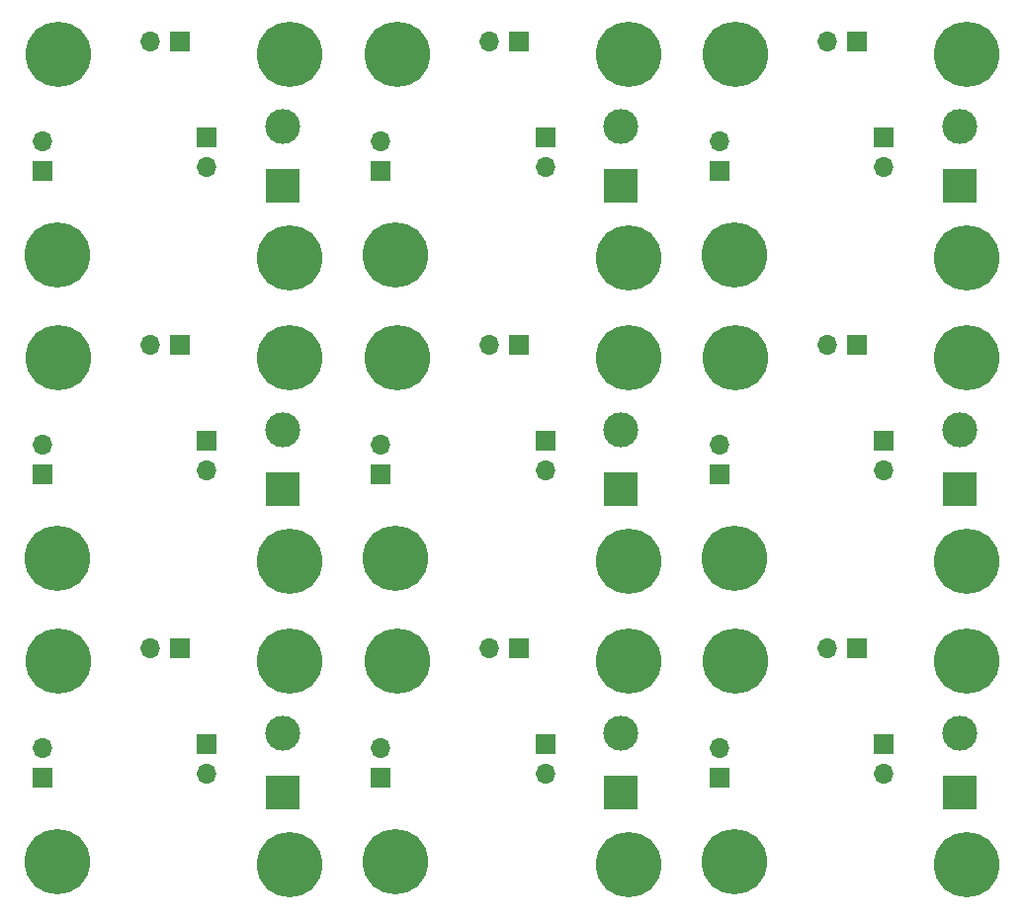
<source format=gbs>
%MOIN*%
%OFA0B0*%
%FSLAX46Y46*%
%IPPOS*%
%LPD*%
%ADD10C,0.22047244094488189*%
%ADD11R,0.066929133858267723X0.066929133858267723*%
%ADD12O,0.066929133858267723X0.066929133858267723*%
%ADD13R,0.11811023622047245X0.11811023622047245*%
%ADD14C,0.11811023622047245*%
%ADD25C,0.22047244094488189*%
%ADD26R,0.066929133858267723X0.066929133858267723*%
%ADD27O,0.066929133858267723X0.066929133858267723*%
%ADD28R,0.11811023622047245X0.11811023622047245*%
%ADD29C,0.11811023622047245*%
%ADD30C,0.22047244094488189*%
%ADD31R,0.066929133858267723X0.066929133858267723*%
%ADD32O,0.066929133858267723X0.066929133858267723*%
%ADD33R,0.11811023622047245X0.11811023622047245*%
%ADD34C,0.11811023622047245*%
%ADD35C,0.22047244094488189*%
%ADD36R,0.066929133858267723X0.066929133858267723*%
%ADD37O,0.066929133858267723X0.066929133858267723*%
%ADD38R,0.11811023622047245X0.11811023622047245*%
%ADD39C,0.11811023622047245*%
%ADD40C,0.22047244094488189*%
%ADD41R,0.066929133858267723X0.066929133858267723*%
%ADD42O,0.066929133858267723X0.066929133858267723*%
%ADD43R,0.11811023622047245X0.11811023622047245*%
%ADD44C,0.11811023622047245*%
%ADD45C,0.22047244094488189*%
%ADD46R,0.066929133858267723X0.066929133858267723*%
%ADD47O,0.066929133858267723X0.066929133858267723*%
%ADD48R,0.11811023622047245X0.11811023622047245*%
%ADD49C,0.11811023622047245*%
%ADD50C,0.22047244094488189*%
%ADD51R,0.066929133858267723X0.066929133858267723*%
%ADD52O,0.066929133858267723X0.066929133858267723*%
%ADD53R,0.11811023622047245X0.11811023622047245*%
%ADD54C,0.11811023622047245*%
%ADD55C,0.22047244094488189*%
%ADD56R,0.066929133858267723X0.066929133858267723*%
%ADD57O,0.066929133858267723X0.066929133858267723*%
%ADD58R,0.11811023622047245X0.11811023622047245*%
%ADD59C,0.11811023622047245*%
%ADD60C,0.22047244094488189*%
%ADD61R,0.066929133858267723X0.066929133858267723*%
%ADD62O,0.066929133858267723X0.066929133858267723*%
%ADD63R,0.11811023622047245X0.11811023622047245*%
%ADD64C,0.11811023622047245*%
G01*
D10*
X-0004055118Y0008188976D02*
X0000972381Y0003788976D03*
X0000192381Y0003788976D03*
X0000972381Y0003103976D03*
D11*
X0000692381Y0003508976D03*
D12*
X0000692381Y0003408976D03*
D11*
X0000602381Y0003833976D03*
D12*
X0000502381Y0003833976D03*
D13*
X0000947381Y0003346476D03*
D14*
X0000947381Y0003546476D03*
D10*
X0000187381Y0003113976D03*
D11*
X0000137381Y0003396476D03*
D12*
X0000137381Y0003496476D03*
G04 next file*
G04 #@! TF.GenerationSoftware,KiCad,Pcbnew,(6.0.5)*
G04 #@! TF.CreationDate,2022-08-01T19:03:23+01:00*
G04 #@! TF.ProjectId,PWM-TRANSISTOR-PCB,50574d2d-5452-4414-9e53-4953544f522d,rev?*
G04 #@! TF.SameCoordinates,Original*
G04 #@! TF.FileFunction,Soldermask,Bot*
G04 #@! TF.FilePolarity,Negative*
G04 Gerber Fmt 4.6, Leading zero omitted, Abs format (unit mm)*
G04 Created by KiCad (PCBNEW (6.0.5)) date 2022-08-01 19:03:23*
G01*
G04 APERTURE LIST*
G04 APERTURE END LIST*
D25*
X-0002913385Y0008188976D02*
X0002114114Y0003788976D03*
X0001334114Y0003788976D03*
X0002114114Y0003103976D03*
D26*
X0001834114Y0003508976D03*
D27*
X0001834114Y0003408976D03*
D26*
X0001744114Y0003833976D03*
D27*
X0001644114Y0003833976D03*
D28*
X0002089114Y0003346476D03*
D29*
X0002089114Y0003546476D03*
D25*
X0001329114Y0003113976D03*
D26*
X0001279114Y0003396476D03*
D27*
X0001279114Y0003496476D03*
G04 next file*
G04 #@! TF.GenerationSoftware,KiCad,Pcbnew,(6.0.5)*
G04 #@! TF.CreationDate,2022-08-01T19:03:23+01:00*
G04 #@! TF.ProjectId,PWM-TRANSISTOR-PCB,50574d2d-5452-4414-9e53-4953544f522d,rev?*
G04 #@! TF.SameCoordinates,Original*
G04 #@! TF.FileFunction,Soldermask,Bot*
G04 #@! TF.FilePolarity,Negative*
G04 Gerber Fmt 4.6, Leading zero omitted, Abs format (unit mm)*
G04 Created by KiCad (PCBNEW (6.0.5)) date 2022-08-01 19:03:23*
G01*
G04 APERTURE LIST*
G04 APERTURE END LIST*
D30*
X-0001771653Y0008188976D02*
X0003255846Y0003788976D03*
X0002475846Y0003788976D03*
X0003255846Y0003103976D03*
D31*
X0002975846Y0003508976D03*
D32*
X0002975846Y0003408976D03*
D31*
X0002885846Y0003833976D03*
D32*
X0002785846Y0003833976D03*
D33*
X0003230846Y0003346476D03*
D34*
X0003230846Y0003546476D03*
D30*
X0002470846Y0003113976D03*
D31*
X0002420846Y0003396476D03*
D32*
X0002420846Y0003496476D03*
G04 next file*
G04 #@! TF.GenerationSoftware,KiCad,Pcbnew,(6.0.5)*
G04 #@! TF.CreationDate,2022-08-01T19:03:23+01:00*
G04 #@! TF.ProjectId,PWM-TRANSISTOR-PCB,50574d2d-5452-4414-9e53-4953544f522d,rev?*
G04 #@! TF.SameCoordinates,Original*
G04 #@! TF.FileFunction,Soldermask,Bot*
G04 #@! TF.FilePolarity,Negative*
G04 Gerber Fmt 4.6, Leading zero omitted, Abs format (unit mm)*
G04 Created by KiCad (PCBNEW (6.0.5)) date 2022-08-01 19:03:23*
G01*
G04 APERTURE LIST*
G04 APERTURE END LIST*
D35*
X-0004055118Y0007165354D02*
X0000972381Y0002765354D03*
X0000192381Y0002765354D03*
X0000972381Y0002080354D03*
D36*
X0000692381Y0002485354D03*
D37*
X0000692381Y0002385354D03*
D36*
X0000602381Y0002810354D03*
D37*
X0000502381Y0002810354D03*
D38*
X0000947381Y0002322854D03*
D39*
X0000947381Y0002522854D03*
D35*
X0000187381Y0002090354D03*
D36*
X0000137381Y0002372854D03*
D37*
X0000137381Y0002472854D03*
G04 next file*
G04 #@! TF.GenerationSoftware,KiCad,Pcbnew,(6.0.5)*
G04 #@! TF.CreationDate,2022-08-01T19:03:23+01:00*
G04 #@! TF.ProjectId,PWM-TRANSISTOR-PCB,50574d2d-5452-4414-9e53-4953544f522d,rev?*
G04 #@! TF.SameCoordinates,Original*
G04 #@! TF.FileFunction,Soldermask,Bot*
G04 #@! TF.FilePolarity,Negative*
G04 Gerber Fmt 4.6, Leading zero omitted, Abs format (unit mm)*
G04 Created by KiCad (PCBNEW (6.0.5)) date 2022-08-01 19:03:23*
G01*
G04 APERTURE LIST*
G04 APERTURE END LIST*
D40*
X-0002913385Y0007165354D02*
X0002114114Y0002765354D03*
X0001334114Y0002765354D03*
X0002114114Y0002080354D03*
D41*
X0001834114Y0002485354D03*
D42*
X0001834114Y0002385354D03*
D41*
X0001744114Y0002810354D03*
D42*
X0001644114Y0002810354D03*
D43*
X0002089114Y0002322854D03*
D44*
X0002089114Y0002522854D03*
D40*
X0001329114Y0002090354D03*
D41*
X0001279114Y0002372854D03*
D42*
X0001279114Y0002472854D03*
G04 next file*
G04 #@! TF.GenerationSoftware,KiCad,Pcbnew,(6.0.5)*
G04 #@! TF.CreationDate,2022-08-01T19:03:23+01:00*
G04 #@! TF.ProjectId,PWM-TRANSISTOR-PCB,50574d2d-5452-4414-9e53-4953544f522d,rev?*
G04 #@! TF.SameCoordinates,Original*
G04 #@! TF.FileFunction,Soldermask,Bot*
G04 #@! TF.FilePolarity,Negative*
G04 Gerber Fmt 4.6, Leading zero omitted, Abs format (unit mm)*
G04 Created by KiCad (PCBNEW (6.0.5)) date 2022-08-01 19:03:23*
G01*
G04 APERTURE LIST*
G04 APERTURE END LIST*
D45*
X-0001771653Y0007165354D02*
X0003255846Y0002765354D03*
X0002475846Y0002765354D03*
X0003255846Y0002080354D03*
D46*
X0002975846Y0002485354D03*
D47*
X0002975846Y0002385354D03*
D46*
X0002885846Y0002810354D03*
D47*
X0002785846Y0002810354D03*
D48*
X0003230846Y0002322854D03*
D49*
X0003230846Y0002522854D03*
D45*
X0002470846Y0002090354D03*
D46*
X0002420846Y0002372854D03*
D47*
X0002420846Y0002472854D03*
G04 next file*
G04 #@! TF.GenerationSoftware,KiCad,Pcbnew,(6.0.5)*
G04 #@! TF.CreationDate,2022-08-01T19:03:23+01:00*
G04 #@! TF.ProjectId,PWM-TRANSISTOR-PCB,50574d2d-5452-4414-9e53-4953544f522d,rev?*
G04 #@! TF.SameCoordinates,Original*
G04 #@! TF.FileFunction,Soldermask,Bot*
G04 #@! TF.FilePolarity,Negative*
G04 Gerber Fmt 4.6, Leading zero omitted, Abs format (unit mm)*
G04 Created by KiCad (PCBNEW (6.0.5)) date 2022-08-01 19:03:23*
G01*
G04 APERTURE LIST*
G04 APERTURE END LIST*
D50*
X-0004055118Y0006141732D02*
X0000972381Y0001741732D03*
X0000192381Y0001741732D03*
X0000972381Y0001056732D03*
D51*
X0000692381Y0001461732D03*
D52*
X0000692381Y0001361732D03*
D51*
X0000602381Y0001786732D03*
D52*
X0000502381Y0001786732D03*
D53*
X0000947381Y0001299232D03*
D54*
X0000947381Y0001499232D03*
D50*
X0000187381Y0001066732D03*
D51*
X0000137381Y0001349232D03*
D52*
X0000137381Y0001449232D03*
G04 next file*
G04 #@! TF.GenerationSoftware,KiCad,Pcbnew,(6.0.5)*
G04 #@! TF.CreationDate,2022-08-01T19:03:23+01:00*
G04 #@! TF.ProjectId,PWM-TRANSISTOR-PCB,50574d2d-5452-4414-9e53-4953544f522d,rev?*
G04 #@! TF.SameCoordinates,Original*
G04 #@! TF.FileFunction,Soldermask,Bot*
G04 #@! TF.FilePolarity,Negative*
G04 Gerber Fmt 4.6, Leading zero omitted, Abs format (unit mm)*
G04 Created by KiCad (PCBNEW (6.0.5)) date 2022-08-01 19:03:23*
G01*
G04 APERTURE LIST*
G04 APERTURE END LIST*
D55*
X-0002913385Y0006141732D02*
X0002114114Y0001741732D03*
X0001334114Y0001741732D03*
X0002114114Y0001056732D03*
D56*
X0001834114Y0001461732D03*
D57*
X0001834114Y0001361732D03*
D56*
X0001744114Y0001786732D03*
D57*
X0001644114Y0001786732D03*
D58*
X0002089114Y0001299232D03*
D59*
X0002089114Y0001499232D03*
D55*
X0001329114Y0001066732D03*
D56*
X0001279114Y0001349232D03*
D57*
X0001279114Y0001449232D03*
G04 next file*
G04 #@! TF.GenerationSoftware,KiCad,Pcbnew,(6.0.5)*
G04 #@! TF.CreationDate,2022-08-01T19:03:23+01:00*
G04 #@! TF.ProjectId,PWM-TRANSISTOR-PCB,50574d2d-5452-4414-9e53-4953544f522d,rev?*
G04 #@! TF.SameCoordinates,Original*
G04 #@! TF.FileFunction,Soldermask,Bot*
G04 #@! TF.FilePolarity,Negative*
G04 Gerber Fmt 4.6, Leading zero omitted, Abs format (unit mm)*
G04 Created by KiCad (PCBNEW (6.0.5)) date 2022-08-01 19:03:23*
G01*
G04 APERTURE LIST*
G04 APERTURE END LIST*
D60*
X-0001771653Y0006141732D02*
X0003255846Y0001741732D03*
X0002475846Y0001741732D03*
X0003255846Y0001056732D03*
D61*
X0002975846Y0001461732D03*
D62*
X0002975846Y0001361732D03*
D61*
X0002885846Y0001786732D03*
D62*
X0002785846Y0001786732D03*
D63*
X0003230846Y0001299232D03*
D64*
X0003230846Y0001499232D03*
D60*
X0002470846Y0001066732D03*
D61*
X0002420846Y0001349232D03*
D62*
X0002420846Y0001449232D03*
M02*
</source>
